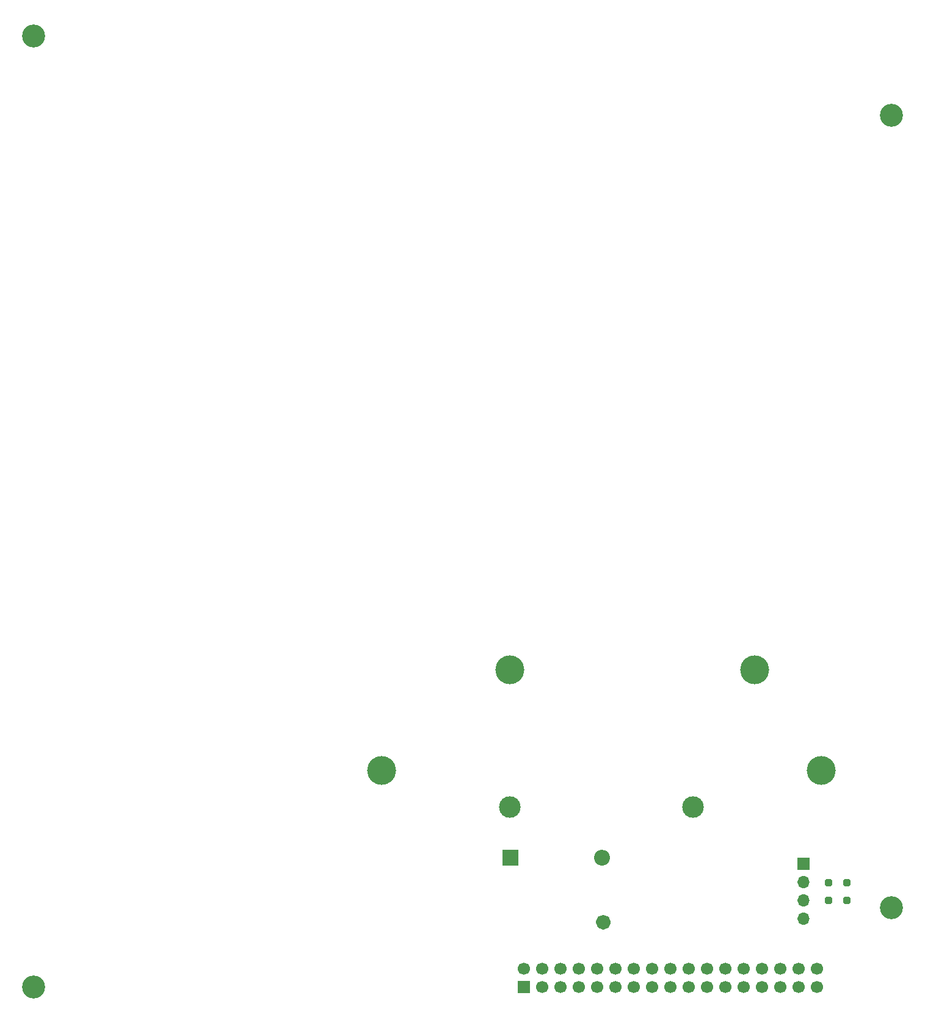
<source format=gbr>
%TF.GenerationSoftware,KiCad,Pcbnew,8.0.3*%
%TF.CreationDate,2025-04-28T21:08:14+02:00*%
%TF.ProjectId,shaper,73686170-6572-42e6-9b69-6361645f7063,1.0*%
%TF.SameCoordinates,Original*%
%TF.FileFunction,Soldermask,Bot*%
%TF.FilePolarity,Negative*%
%FSLAX46Y46*%
G04 Gerber Fmt 4.6, Leading zero omitted, Abs format (unit mm)*
G04 Created by KiCad (PCBNEW 8.0.3) date 2025-04-28 21:08:14*
%MOMM*%
%LPD*%
G01*
G04 APERTURE LIST*
G04 Aperture macros list*
%AMRoundRect*
0 Rectangle with rounded corners*
0 $1 Rounding radius*
0 $2 $3 $4 $5 $6 $7 $8 $9 X,Y pos of 4 corners*
0 Add a 4 corners polygon primitive as box body*
4,1,4,$2,$3,$4,$5,$6,$7,$8,$9,$2,$3,0*
0 Add four circle primitives for the rounded corners*
1,1,$1+$1,$2,$3*
1,1,$1+$1,$4,$5*
1,1,$1+$1,$6,$7*
1,1,$1+$1,$8,$9*
0 Add four rect primitives between the rounded corners*
20,1,$1+$1,$2,$3,$4,$5,0*
20,1,$1+$1,$4,$5,$6,$7,0*
20,1,$1+$1,$6,$7,$8,$9,0*
20,1,$1+$1,$8,$9,$2,$3,0*%
G04 Aperture macros list end*
%ADD10C,1.050000*%
%ADD11R,1.700000X1.700000*%
%ADD12C,1.700000*%
%ADD13C,4.000000*%
%ADD14C,3.000000*%
%ADD15R,2.200000X2.200000*%
%ADD16O,2.200000X2.200000*%
%ADD17C,3.200000*%
%ADD18RoundRect,0.250000X0.250000X0.250000X-0.250000X0.250000X-0.250000X-0.250000X0.250000X-0.250000X0*%
%ADD19O,1.700000X1.700000*%
G04 APERTURE END LIST*
D10*
X108525000Y-152000000D02*
G75*
G02*
X107475000Y-152000000I-525000J0D01*
G01*
X107475000Y-152000000D02*
G75*
G02*
X108525000Y-152000000I525000J0D01*
G01*
D11*
%TO.C,Box_connector*%
X97000000Y-161000000D03*
D12*
X97000000Y-158460000D03*
X99540000Y-161000000D03*
X99540000Y-158460000D03*
X102079999Y-161000000D03*
X102080000Y-158460000D03*
X104620000Y-161000000D03*
X104620000Y-158460000D03*
X107160000Y-161000000D03*
X107160000Y-158460000D03*
X109700000Y-161000000D03*
X109700000Y-158460000D03*
X112240000Y-161000000D03*
X112240000Y-158460000D03*
X114780001Y-161000000D03*
X114780000Y-158460000D03*
X117320000Y-161000000D03*
X117320000Y-158460000D03*
X119860000Y-161000000D03*
X119860000Y-158460000D03*
X122400000Y-161000000D03*
X122400000Y-158460000D03*
X124939999Y-161000000D03*
X124940000Y-158460000D03*
X127480000Y-161000000D03*
X127480000Y-158460000D03*
X130020000Y-161000000D03*
X130020000Y-158460000D03*
X132560000Y-161000000D03*
X132560000Y-158460000D03*
X135099999Y-161000000D03*
X135100000Y-158460000D03*
X137640001Y-161000000D03*
X137640000Y-158460000D03*
%TD*%
D13*
%TO.C,HV_Relay*%
X77219999Y-130919998D03*
X138179998Y-130919998D03*
D14*
X95000000Y-136000000D03*
X120399999Y-135999997D03*
%TD*%
D15*
%TO.C,Diode*%
X95150000Y-143000000D03*
D16*
X107850000Y-143000000D03*
%TD*%
D17*
%TO.C,*%
X148000000Y-40000000D03*
%TD*%
%TO.C,*%
X29000000Y-29000000D03*
%TD*%
%TO.C,*%
X148000000Y-150000000D03*
%TD*%
%TO.C,*%
X29000000Y-161000000D03*
%TD*%
D13*
%TO.C,REF\u002A\u002A*%
X95000000Y-117000000D03*
%TD*%
%TO.C,REF\u002A\u002A*%
X129000000Y-117000000D03*
%TD*%
D18*
%TO.C,REF\u002A\u002A*%
X141750000Y-146500000D03*
X139250000Y-146500000D03*
%TD*%
%TO.C,REF\u002A\u002A*%
X141750000Y-149000000D03*
X139250000Y-149000000D03*
%TD*%
D11*
%TO.C,REF\u002A\u002A*%
X135750003Y-143920001D03*
D19*
X135750003Y-146460001D03*
X135750000Y-149000000D03*
X135750003Y-151540001D03*
%TD*%
M02*

</source>
